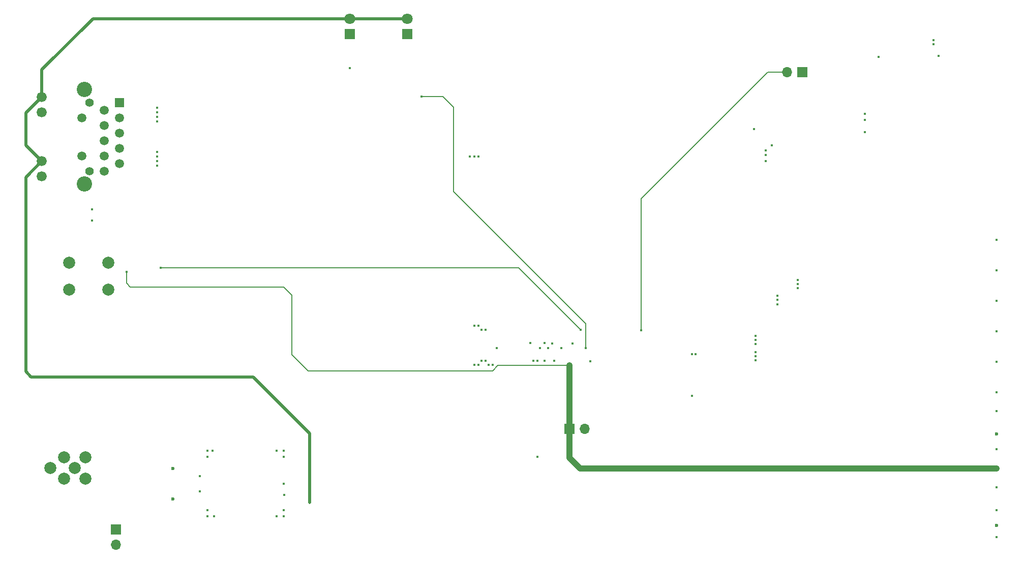
<source format=gbr>
%TF.GenerationSoftware,KiCad,Pcbnew,5.1.9+dfsg1-1~bpo10+1*%
%TF.CreationDate,2021-06-04T12:04:03+02:00*%
%TF.ProjectId,vacctrl_rpi,76616363-7472-46c5-9f72-70692e6b6963,1.0*%
%TF.SameCoordinates,Original*%
%TF.FileFunction,Copper,L3,Inr*%
%TF.FilePolarity,Positive*%
%FSLAX46Y46*%
G04 Gerber Fmt 4.6, Leading zero omitted, Abs format (unit mm)*
G04 Created by KiCad (PCBNEW 5.1.9+dfsg1-1~bpo10+1) date 2021-06-04 12:04:03*
%MOMM*%
%LPD*%
G01*
G04 APERTURE LIST*
%TA.AperFunction,ComponentPad*%
%ADD10C,1.680000*%
%TD*%
%TA.AperFunction,ComponentPad*%
%ADD11C,1.508000*%
%TD*%
%TA.AperFunction,ComponentPad*%
%ADD12C,1.408000*%
%TD*%
%TA.AperFunction,ComponentPad*%
%ADD13R,1.508000X1.508000*%
%TD*%
%TA.AperFunction,ComponentPad*%
%ADD14C,2.550000*%
%TD*%
%TA.AperFunction,ComponentPad*%
%ADD15O,1.700000X1.700000*%
%TD*%
%TA.AperFunction,ComponentPad*%
%ADD16R,1.700000X1.700000*%
%TD*%
%TA.AperFunction,ComponentPad*%
%ADD17C,2.000000*%
%TD*%
%TA.AperFunction,ComponentPad*%
%ADD18C,1.800000*%
%TD*%
%TA.AperFunction,ComponentPad*%
%ADD19R,1.800000X1.800000*%
%TD*%
%TA.AperFunction,ViaPad*%
%ADD20C,0.450000*%
%TD*%
%TA.AperFunction,ViaPad*%
%ADD21C,0.600000*%
%TD*%
%TA.AperFunction,Conductor*%
%ADD22C,0.500000*%
%TD*%
%TA.AperFunction,Conductor*%
%ADD23C,0.200000*%
%TD*%
%TA.AperFunction,Conductor*%
%ADD24C,1.000000*%
%TD*%
G04 APERTURE END LIST*
D10*
%TO.N,Net-(J7-Pad18)*%
%TO.C,J7*%
X67060000Y-82840000D03*
%TO.N,+3V3*%
X67060000Y-80300000D03*
%TO.N,Net-(J7-Pad16)*%
X67060000Y-72100000D03*
%TO.N,+3V3*%
X67060000Y-69560000D03*
D11*
%TO.N,/Ethernet I/F/TR2_TAP*%
X73680000Y-79375000D03*
D12*
%TO.N,/Ethernet I/F/TR3_TAP*%
X74950000Y-81915000D03*
%TO.N,/Ethernet I/F/TR0_TAP*%
X74950000Y-70485000D03*
D11*
%TO.N,/Ethernet I/F/TR1_TAP*%
X73680000Y-73025000D03*
%TO.N,/Ethernet I/F/ETH_3_N*%
X77470000Y-81915000D03*
%TO.N,/Ethernet I/F/ETH_3_P*%
X80010000Y-80645000D03*
%TO.N,/Ethernet I/F/ETH_2_N*%
X77470000Y-79375000D03*
%TO.N,/Ethernet I/F/ETH_2_P*%
X80010000Y-78105000D03*
%TO.N,/Ethernet I/F/ETH_1_N*%
X77470000Y-76835000D03*
%TO.N,Net-(C1-Pad2)*%
X80010000Y-75565000D03*
X77470000Y-74295000D03*
%TO.N,/Ethernet I/F/ETH_1_P*%
X80010000Y-73025000D03*
%TO.N,/Ethernet I/F/ETH_0_N*%
X77470000Y-71755000D03*
D13*
%TO.N,/Ethernet I/F/ETH_0_P*%
X80010000Y-70485000D03*
D14*
%TO.N,GND*%
X74170000Y-84050000D03*
X74170000Y-68350000D03*
%TD*%
D15*
%TO.N,/Raspi_CM4_GPIO/nRPIBOOT*%
%TO.C,JP2*%
X191135000Y-65405000D03*
D16*
%TO.N,GND*%
X193675000Y-65405000D03*
%TD*%
D15*
%TO.N,GND*%
%TO.C,J4*%
X157480000Y-124904500D03*
D16*
%TO.N,+5V*%
X154940000Y-124904500D03*
%TD*%
D15*
%TO.N,+24V*%
%TO.C,JP1*%
X79375000Y-144145000D03*
D16*
%TO.N,Net-(J6-Pad2)*%
X79375000Y-141605000D03*
%TD*%
D17*
%TO.N,GND1*%
%TO.C,J6*%
X68500000Y-131400000D03*
%TO.N,Net-(J6-Pad5)*%
X72500000Y-131400000D03*
%TO.N,/RS485 I/F/RS485-D-*%
X70732233Y-129632233D03*
%TO.N,GND1*%
X70732233Y-133167767D03*
%TO.N,Net-(J6-Pad2)*%
X74267767Y-133167767D03*
%TO.N,/RS485 I/F/RS485-D+*%
X74267767Y-129632233D03*
%TD*%
%TO.N,Net-(SW1-Pad1)*%
%TO.C,SW1*%
X78105000Y-97155000D03*
%TO.N,/Raspi_CM4_GPIO/GLOBAL_EN*%
X78105000Y-101655000D03*
%TO.N,Net-(SW1-Pad1)*%
X71605000Y-97155000D03*
%TO.N,/Raspi_CM4_GPIO/GLOBAL_EN*%
X71605000Y-101655000D03*
%TD*%
D18*
%TO.N,+3V3*%
%TO.C,D2*%
X118364000Y-56515000D03*
D19*
%TO.N,Net-(D2-Pad1)*%
X118364000Y-59055000D03*
%TD*%
D18*
%TO.N,+3V3*%
%TO.C,D1*%
X127889000Y-56515000D03*
D19*
%TO.N,Net-(D1-Pad1)*%
X127889000Y-59055000D03*
%TD*%
D20*
%TO.N,GND*%
X107315000Y-138430000D03*
X107315000Y-139446000D03*
X106172000Y-139446000D03*
X107315000Y-129540000D03*
X107315000Y-128524000D03*
X106172000Y-128524000D03*
X226060000Y-134620000D03*
X226060000Y-121920000D03*
X226060000Y-118745000D03*
X226060000Y-113665000D03*
X226060000Y-108585000D03*
X226060000Y-103505000D03*
X226060000Y-98425000D03*
X226060000Y-93345000D03*
X226060000Y-128270000D03*
X216408000Y-62738000D03*
%TO.N,+3V3*%
X188595000Y-77597000D03*
D21*
X226060000Y-125730000D03*
D20*
X111633000Y-130810000D03*
X111633000Y-137160000D03*
X155448000Y-110617000D03*
%TO.N,GND1*%
X94615000Y-129540000D03*
X94615000Y-128524000D03*
X95504000Y-128524000D03*
X94615000Y-138430000D03*
X94615000Y-139446000D03*
X95758000Y-139446000D03*
X226060000Y-138430000D03*
X226060000Y-142875000D03*
%TO.N,/Raspi_CM4_GPIO/SD_DAT1*%
X151990000Y-110630000D03*
X204089000Y-72390000D03*
%TO.N,/Raspi_CM4_GPIO/SD_DAT0*%
X151390000Y-111380000D03*
X204089000Y-73406000D03*
%TO.N,/Raspi_CM4_GPIO/SD_CLK*%
X149990000Y-111380000D03*
X204089000Y-75438000D03*
%TO.N,/Raspi_CM4_GPIO/SD_CMD*%
X150790000Y-110580000D03*
X187590000Y-78480000D03*
%TO.N,/Raspi_CM4_GPIO/SD_DAT3*%
X150790000Y-113530000D03*
X187590000Y-79280000D03*
%TO.N,/Raspi_CM4_GPIO/SD_DAT2*%
X152390000Y-113530000D03*
X187590000Y-80280000D03*
%TO.N,/Raspi_CM4_GPIO/nRPIBOOT*%
X166840000Y-108430000D03*
%TO.N,/Raspi_CM4_HighSpeed/USB_P*%
X215540000Y-60080000D03*
X139740000Y-79530000D03*
%TO.N,/Raspi_CM4_HighSpeed/USB_N*%
X215540000Y-60780000D03*
X139040000Y-79530000D03*
%TO.N,/Raspi_CM4_GPIO/Pi_nLED_Activity*%
X142790000Y-111380000D03*
X118364000Y-64770000D03*
%TO.N,/Raspi_CM4_HighSpeed/USB_OTG*%
X138290000Y-79530000D03*
X206375000Y-62865000D03*
%TO.N,/Raspi_CM4_GPIO/SD_PWR_ON*%
X153590000Y-111380000D03*
X185674000Y-74930000D03*
%TO.N,/Raspi_CM4_GPIO/GLOBAL_EN*%
X158390000Y-113580000D03*
%TO.N,/Raspi_CM4_GPIO/nPWR_LED*%
X157590000Y-111380000D03*
X130290000Y-69480000D03*
%TO.N,/Raspi_CM4_GPIO/RUN_PG*%
X156790000Y-108380000D03*
X86868000Y-98044000D03*
D21*
%TO.N,+5V*%
X226060000Y-131445000D03*
D20*
X154940000Y-114300000D03*
X81153000Y-98679000D03*
D21*
%TO.N,/RS485 I/F/VISO*%
X88900000Y-131445000D03*
X88900000Y-136525000D03*
D20*
%TO.N,/Backplane I/F/SCL*%
X175940000Y-112430000D03*
%TO.N,/Backplane I/F/SDA*%
X175290000Y-112430000D03*
X175290000Y-119380000D03*
D21*
%TO.N,+24V*%
X226060000Y-140970000D03*
D20*
%TO.N,/RS485 I/F/RS485-D+*%
X93345000Y-132715000D03*
X93345000Y-135255000D03*
%TO.N,/Ethernet I/F/ETH_3_N*%
X139740000Y-114180000D03*
X86233000Y-81026000D03*
%TO.N,/Ethernet I/F/ETH_3_P*%
X139040000Y-114180000D03*
X86233000Y-80264000D03*
%TO.N,/Ethernet I/F/ETH_2_N*%
X86233000Y-79502000D03*
X140240000Y-113530000D03*
%TO.N,/Ethernet I/F/ETH_2_P*%
X86233000Y-78740000D03*
X140940000Y-113530000D03*
%TO.N,/Ethernet I/F/ETH_1_N*%
X139740000Y-107730000D03*
X86233000Y-72898000D03*
%TO.N,/Ethernet I/F/ETH_1_P*%
X86233000Y-73660000D03*
X139040000Y-107730000D03*
%TO.N,/Ethernet I/F/ETH_0_N*%
X86233000Y-72136000D03*
X140240000Y-108380000D03*
%TO.N,/Ethernet I/F/ETH_0_P*%
X86233000Y-71374000D03*
X140940000Y-108380000D03*
%TO.N,/Ethernet I/F/ETH_LEDG*%
X141440000Y-114180000D03*
X75438000Y-88265000D03*
%TO.N,/Ethernet I/F/ETH_LEDY*%
X142140000Y-114180000D03*
X75438000Y-90170000D03*
%TO.N,/RS485 I/F/uart_rts*%
X107315000Y-133985000D03*
X148390000Y-110580000D03*
%TO.N,/RS485 I/F/uart_rx*%
X148890000Y-113530000D03*
X107442000Y-135890000D03*
%TO.N,/RS485 I/F/uart_tx*%
X149590000Y-113530000D03*
X149590000Y-129530000D03*
%TO.N,/Raspi_CM4_GPIO/GPIO26*%
X192950000Y-100050000D03*
%TO.N,/Raspi_CM4_GPIO/GPIO13*%
X192950000Y-101450000D03*
%TO.N,/Raspi_CM4_GPIO/GPIO19*%
X192950000Y-100750000D03*
%TO.N,/Raspi_CM4_GPIO/GPIO06*%
X189500000Y-102700000D03*
%TO.N,/Raspi_CM4_GPIO/GPIO05*%
X189500000Y-103400000D03*
%TO.N,/Raspi_CM4_GPIO/GPIO11*%
X189500000Y-104100000D03*
%TO.N,/Raspi_CM4_GPIO/GPIO10*%
X185890000Y-109380000D03*
%TO.N,/Raspi_CM4_GPIO/GPIO22*%
X185890000Y-110080000D03*
%TO.N,/Raspi_CM4_GPIO/GPIO27*%
X185890000Y-110780000D03*
%TO.N,/Raspi_CM4_GPIO/GPIO04*%
X185890000Y-112080000D03*
%TO.N,/Raspi_CM4_GPIO/GPIO03*%
X185890000Y-112780000D03*
%TO.N,/Raspi_CM4_GPIO/GPIO02*%
X185890000Y-113480000D03*
%TD*%
D22*
%TO.N,+3V3*%
X127889000Y-56515000D02*
X118364000Y-56515000D01*
X67060000Y-69560000D02*
X64389000Y-72231000D01*
X64389000Y-77629000D02*
X67060000Y-80300000D01*
X64389000Y-72231000D02*
X64389000Y-77629000D01*
X67060000Y-80300000D02*
X64389000Y-82971000D01*
X64389000Y-82971000D02*
X64389000Y-115316000D01*
X64389000Y-115316000D02*
X65278000Y-116205000D01*
X65278000Y-116205000D02*
X102235000Y-116205000D01*
X102235000Y-116205000D02*
X111633000Y-125603000D01*
X111633000Y-137160000D02*
X111633000Y-130810000D01*
X111633000Y-130810000D02*
X111633000Y-125603000D01*
X67060000Y-65020000D02*
X75565000Y-56515000D01*
X67060000Y-69560000D02*
X67060000Y-65020000D01*
X118364000Y-56515000D02*
X75565000Y-56515000D01*
D23*
%TO.N,/Raspi_CM4_GPIO/nRPIBOOT*%
X187965000Y-65405000D02*
X191135000Y-65405000D01*
X166840000Y-86530000D02*
X187965000Y-65405000D01*
X166840000Y-108430000D02*
X166840000Y-86530000D01*
%TO.N,/Raspi_CM4_GPIO/nPWR_LED*%
X133840000Y-69480000D02*
X130290000Y-69480000D01*
X135640000Y-71280000D02*
X133840000Y-69480000D01*
X135640000Y-85380000D02*
X135640000Y-84980000D01*
X157590000Y-107330000D02*
X135640000Y-85380000D01*
X157590000Y-111380000D02*
X157590000Y-107330000D01*
X135640000Y-84980000D02*
X135640000Y-71280000D01*
%TO.N,/Raspi_CM4_GPIO/RUN_PG*%
X146454000Y-98044000D02*
X156790000Y-108380000D01*
X86868000Y-98044000D02*
X146454000Y-98044000D01*
D24*
%TO.N,+5V*%
X226060000Y-131445000D02*
X156718000Y-131445000D01*
X156718000Y-131445000D02*
X154940000Y-129667000D01*
X154940000Y-114300000D02*
X154940000Y-114300000D01*
D23*
X154940000Y-114300000D02*
X143002000Y-114300000D01*
X143002000Y-114300000D02*
X142113000Y-115189000D01*
X142113000Y-115189000D02*
X111379000Y-115189000D01*
X111379000Y-115189000D02*
X108712000Y-112522000D01*
X108712000Y-112522000D02*
X108712000Y-102616000D01*
X108712000Y-102616000D02*
X107315000Y-101219000D01*
X107315000Y-101219000D02*
X81788000Y-101219000D01*
X81788000Y-101219000D02*
X81153000Y-100584000D01*
X81153000Y-100584000D02*
X81153000Y-98679000D01*
X81153000Y-98679000D02*
X81153000Y-98679000D01*
D24*
X154940000Y-129667000D02*
X154940000Y-124904500D01*
X154940000Y-124904500D02*
X154940000Y-114300000D01*
%TD*%
M02*

</source>
